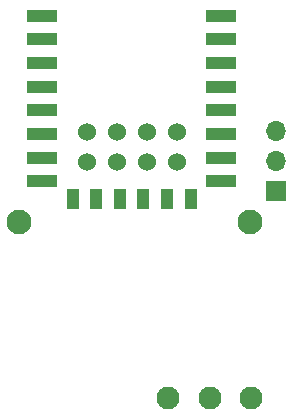
<source format=gbr>
%TF.GenerationSoftware,KiCad,Pcbnew,(6.0.5-0)*%
%TF.CreationDate,2022-06-26T23:43:10+02:00*%
%TF.ProjectId,Fuji-IoT,46756a69-2d49-46f5-942e-6b696361645f,rev?*%
%TF.SameCoordinates,Original*%
%TF.FileFunction,Soldermask,Bot*%
%TF.FilePolarity,Negative*%
%FSLAX46Y46*%
G04 Gerber Fmt 4.6, Leading zero omitted, Abs format (unit mm)*
G04 Created by KiCad (PCBNEW (6.0.5-0)) date 2022-06-26 23:43:10*
%MOMM*%
%LPD*%
G01*
G04 APERTURE LIST*
%ADD10C,2.100000*%
%ADD11R,1.700000X1.700000*%
%ADD12O,1.700000X1.700000*%
%ADD13C,1.524000*%
%ADD14C,1.950000*%
%ADD15R,2.500000X1.000000*%
%ADD16R,1.000000X1.800000*%
G04 APERTURE END LIST*
D10*
%TO.C,REF\u002A\u002A*%
X44500000Y-57000000D03*
%TD*%
%TO.C,REF\u002A\u002A*%
X64000000Y-57000000D03*
%TD*%
D11*
%TO.C,J1*%
X66200000Y-54340000D03*
D12*
X66200000Y-51800000D03*
X66200000Y-49260000D03*
%TD*%
D13*
%TO.C,U3*%
X57810000Y-49330000D03*
X57810000Y-51870000D03*
X55270000Y-49330000D03*
X55270000Y-51870000D03*
X52730000Y-49330000D03*
X52730000Y-51870000D03*
X50190000Y-49330000D03*
X50190000Y-51870000D03*
%TD*%
D14*
%TO.C,J2*%
X64100000Y-71900000D03*
X60600000Y-71900000D03*
X57100000Y-71900000D03*
%TD*%
D15*
%TO.C,U4*%
X61600000Y-39500000D03*
X61600000Y-41500000D03*
X61600000Y-43500000D03*
X61600000Y-45500000D03*
X61600000Y-47500000D03*
X61600000Y-49500000D03*
X61600000Y-51500000D03*
X61600000Y-53500000D03*
D16*
X59000000Y-55000000D03*
X57000000Y-55000000D03*
X55000000Y-55000000D03*
X53000000Y-55000000D03*
X51000000Y-55000000D03*
X49000000Y-55000000D03*
D15*
X46400000Y-53500000D03*
X46400000Y-51500000D03*
X46400000Y-49500000D03*
X46400000Y-47500000D03*
X46400000Y-45500000D03*
X46400000Y-43500000D03*
X46400000Y-41500000D03*
X46400000Y-39500000D03*
%TD*%
M02*

</source>
